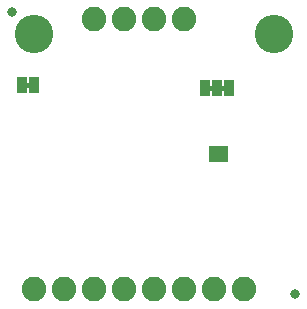
<source format=gbs>
G75*
%MOIN*%
%OFA0B0*%
%FSLAX25Y25*%
%IPPOS*%
%LPD*%
%AMOC8*
5,1,8,0,0,1.08239X$1,22.5*
%
%ADD10R,0.03300X0.05800*%
%ADD11C,0.00500*%
%ADD12C,0.08200*%
%ADD13C,0.03300*%
%ADD14C,0.12800*%
D10*
X0184033Y0105200D03*
X0187233Y0105200D03*
X0185333Y0127000D03*
X0181333Y0127000D03*
X0189333Y0127000D03*
X0124333Y0128000D03*
X0120333Y0128000D03*
D11*
X0121583Y0127783D02*
X0123083Y0127783D01*
X0123083Y0127500D02*
X0123083Y0128500D01*
X0121583Y0128500D01*
X0121583Y0127500D01*
X0123083Y0127500D01*
X0123083Y0128281D02*
X0121583Y0128281D01*
X0182583Y0127500D02*
X0182583Y0126500D01*
X0188083Y0126500D01*
X0188083Y0127500D01*
X0182583Y0127500D01*
X0182583Y0127284D02*
X0188083Y0127284D01*
X0188083Y0126786D02*
X0182583Y0126786D01*
D12*
X0124333Y0060000D03*
X0134333Y0060000D03*
X0144333Y0060000D03*
X0154333Y0060000D03*
X0164333Y0060000D03*
X0174333Y0060000D03*
X0184333Y0060000D03*
X0194333Y0060000D03*
X0174333Y0150000D03*
X0164333Y0150000D03*
X0154333Y0150000D03*
X0144333Y0150000D03*
D13*
X0116933Y0152500D03*
X0211133Y0058400D03*
D14*
X0204333Y0145000D03*
X0124333Y0145000D03*
M02*

</source>
